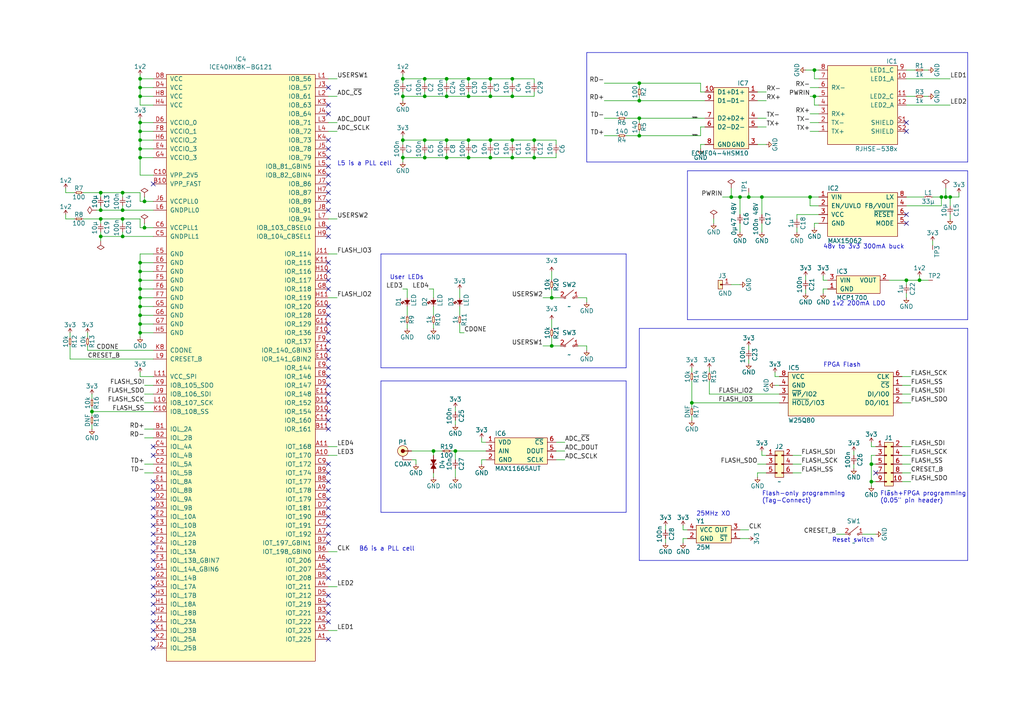
<source format=kicad_sch>
(kicad_sch (version 20230121) (generator eeschema)
  (paper "A4")
  (title_block (title "DAQnet Sensor Prototype") (date "2018-11-20") (rev "1") (comment 1 "Drawn by: Adam Greig"))
  (junction (at 40.64 27.94))
  (junction (at 40.64 45.72))
  (junction (at 185.42 39.37))
  (junction (at 142.24 27.94))
  (junction (at 148.59 22.86))
  (junction (at 40.64 78.74))
  (junction (at 154.94 45.72))
  (junction (at 148.59 40.64))
  (junction (at 40.64 76.2))
  (junction (at 40.64 25.4))
  (junction (at 142.24 40.64))
  (junction (at 185.42 24.13))
  (junction (at 40.64 35.56))
  (junction (at 29.21 63.5))
  (junction (at 148.59 45.72))
  (junction (at 135.89 22.86))
  (junction (at 40.64 83.82))
  (junction (at 135.89 27.94))
  (junction (at 116.84 22.86))
  (junction (at 234.95 57.15))
  (junction (at 236.22 27.94))
  (junction (at 40.64 93.98))
  (junction (at 185.42 29.21))
  (junction (at 154.94 40.64))
  (junction (at 142.24 45.72))
  (junction (at 29.21 68.58))
  (junction (at 35.56 63.5))
  (junction (at 40.64 81.28))
  (junction (at 40.64 96.52))
  (junction (at 135.89 45.72))
  (junction (at 129.54 40.64))
  (junction (at 200.66 116.84))
  (junction (at 262.89 81.28))
  (junction (at 142.24 22.86))
  (junction (at 40.64 43.18))
  (junction (at 212.09 57.15))
  (junction (at 266.7 81.28))
  (junction (at 236.22 20.32))
  (junction (at 123.19 40.64))
  (junction (at 185.42 34.29))
  (junction (at 40.64 22.86))
  (junction (at 35.56 60.96))
  (junction (at 40.64 40.64))
  (junction (at 116.84 40.64))
  (junction (at 135.89 40.64))
  (junction (at 123.19 27.94))
  (junction (at 40.64 86.36))
  (junction (at 129.54 22.86))
  (junction (at 29.21 55.88))
  (junction (at 123.19 45.72))
  (junction (at 132.08 130.81))
  (junction (at 214.63 57.15))
  (junction (at 160.02 100.33))
  (junction (at 35.56 55.88))
  (junction (at 220.98 57.15))
  (junction (at 160.02 86.36))
  (junction (at 125.73 130.81))
  (junction (at 35.56 68.58))
  (junction (at 148.59 27.94))
  (junction (at 274.32 57.15))
  (junction (at 273.05 57.15))
  (junction (at 41.91 58.42))
  (junction (at 29.21 60.96))
  (junction (at 217.17 57.15))
  (junction (at 129.54 45.72))
  (junction (at 26.67 119.38))
  (junction (at 116.84 45.72))
  (junction (at 41.91 66.04))
  (junction (at 116.84 27.94))
  (junction (at 252.73 139.7))
  (junction (at 275.59 57.15))
  (junction (at 40.64 91.44))
  (junction (at 123.19 22.86))
  (junction (at 40.64 88.9))
  (junction (at 129.54 27.94))
  (junction (at 40.64 38.1))
  (junction (at 252.73 134.62))
  (no_connect (at 95.25 111.76))
  (no_connect (at 95.25 172.72))
  (no_connect (at 95.25 68.58))
  (no_connect (at 44.45 172.72))
  (no_connect (at 44.45 160.02))
  (no_connect (at 44.45 154.94))
  (no_connect (at 44.45 185.42))
  (no_connect (at 44.45 187.96))
  (no_connect (at 95.25 33.02))
  (no_connect (at 95.25 66.04))
  (no_connect (at 95.25 101.6))
  (no_connect (at 44.45 142.24))
  (no_connect (at 95.25 165.1))
  (no_connect (at 44.45 162.56))
  (no_connect (at 95.25 124.46))
  (no_connect (at 95.25 180.34))
  (no_connect (at 44.45 167.64))
  (no_connect (at 95.25 83.82))
  (no_connect (at 95.25 157.48))
  (no_connect (at 44.45 139.7))
  (no_connect (at 262.89 38.1))
  (no_connect (at 95.25 43.18))
  (no_connect (at 95.25 55.88))
  (no_connect (at 95.25 167.64))
  (no_connect (at 95.25 121.92))
  (no_connect (at 95.25 58.42))
  (no_connect (at 95.25 76.2))
  (no_connect (at 95.25 96.52))
  (no_connect (at 95.25 99.06))
  (no_connect (at 95.25 60.96))
  (no_connect (at 95.25 40.64))
  (no_connect (at 95.25 134.62))
  (no_connect (at 95.25 50.8))
  (no_connect (at 44.45 175.26))
  (no_connect (at 95.25 142.24))
  (no_connect (at 44.45 53.34))
  (no_connect (at 44.45 132.08))
  (no_connect (at 95.25 81.28))
  (no_connect (at 95.25 149.86))
  (no_connect (at 95.25 137.16))
  (no_connect (at 95.25 93.98))
  (no_connect (at 44.45 165.1))
  (no_connect (at 95.25 109.22))
  (no_connect (at 262.89 64.77))
  (no_connect (at 95.25 78.74))
  (no_connect (at 95.25 175.26))
  (no_connect (at 95.25 53.34))
  (no_connect (at 95.25 154.94))
  (no_connect (at 95.25 116.84))
  (no_connect (at 95.25 25.4))
  (no_connect (at 95.25 152.4))
  (no_connect (at 95.25 114.3))
  (no_connect (at 95.25 139.7))
  (no_connect (at 44.45 180.34))
  (no_connect (at 44.45 170.18))
  (no_connect (at 44.45 129.54))
  (no_connect (at 95.25 177.8))
  (no_connect (at 262.89 62.23))
  (no_connect (at 95.25 119.38))
  (no_connect (at 44.45 152.4))
  (no_connect (at 95.25 147.32))
  (no_connect (at 262.89 35.56))
  (no_connect (at 95.25 162.56))
  (no_connect (at 95.25 106.68))
  (no_connect (at 254 137.16))
  (no_connect (at 95.25 88.9))
  (no_connect (at 44.45 157.48))
  (no_connect (at 95.25 104.14))
  (no_connect (at 95.25 30.48))
  (no_connect (at 44.45 182.88))
  (no_connect (at 44.45 147.32))
  (no_connect (at 95.25 144.78))
  (no_connect (at 95.25 91.44))
  (no_connect (at 44.45 149.86))
  (no_connect (at 95.25 48.26))
  (no_connect (at 44.45 144.78))
  (no_connect (at 95.25 45.72))
  (no_connect (at 95.25 185.42))
  (no_connect (at 44.45 177.8))
  (wire (pts (xy 217.17 55.88) (xy 217.17 57.15)))
  (wire (pts (xy 41.91 64.77) (xy 41.91 66.04)))
  (wire (pts (xy 234.95 57.15) (xy 237.49 57.15)))
  (wire (pts (xy 200.66 110.49) (xy 200.66 116.84)))
  (polyline (pts (xy 110.49 73.66) (xy 110.49 106.68)))
  (wire (pts (xy 135.89 45.72) (xy 142.24 45.72)))
  (wire (pts (xy 160.02 97.79) (xy 160.02 100.33)))
  (wire (pts (xy 40.64 88.9) (xy 40.64 86.36)))
  (wire (pts (xy 270.51 69.85) (xy 270.51 71.12)))
  (wire (pts (xy 254 139.7) (xy 252.73 139.7)))
  (wire (pts (xy 40.64 40.64) (xy 44.45 40.64)))
  (wire (pts (xy 139.7 133.35) (xy 140.97 133.35)))
  (wire (pts (xy 123.19 40.64) (xy 123.19 41.91)))
  (wire (pts (xy 120.65 134.62) (xy 120.65 133.35)))
  (wire (pts (xy 118.11 95.25) (xy 118.11 93.98)))
  (wire (pts (xy 40.64 97.79) (xy 40.64 96.52)))
  (wire (pts (xy 267.97 27.94) (xy 269.24 27.94)))
  (wire (pts (xy 40.64 96.52) (xy 40.64 93.98)))
  (wire (pts (xy 200.66 116.84) (xy 226.06 116.84)))
  (wire (pts (xy 224.79 111.76) (xy 226.06 111.76)))
  (wire (pts (xy 29.21 69.85) (xy 29.21 68.58)))
  (wire (pts (xy 238.76 81.28) (xy 240.03 81.28)))
  (wire (pts (xy 26.67 119.38) (xy 26.67 118.11)))
  (wire (pts (xy 203.2 26.67) (xy 204.47 26.67)))
  (wire (pts (xy 40.64 63.5) (xy 40.64 66.04)))
  (wire (pts (xy 97.79 170.18) (xy 95.25 170.18)))
  (wire (pts (xy 193.04 157.48) (xy 193.04 156.21)))
  (polyline (pts (xy 280.67 92.71) (xy 280.67 49.53)))
  (wire (pts (xy 233.68 80.01) (xy 233.68 81.28)))
  (wire (pts (xy 129.54 22.86) (xy 135.89 22.86)))
  (wire (pts (xy 232.41 132.08) (xy 229.87 132.08)))
  (wire (pts (xy 40.64 50.8) (xy 40.64 45.72)))
  (wire (pts (xy 40.64 45.72) (xy 40.64 43.18)))
  (wire (pts (xy 139.7 127) (xy 139.7 128.27)))
  (wire (pts (xy 203.2 41.91) (xy 203.2 43.18)))
  (wire (pts (xy 123.19 27.94) (xy 129.54 27.94)))
  (wire (pts (xy 29.21 68.58) (xy 29.21 67.31)))
  (wire (pts (xy 97.79 63.5) (xy 95.25 63.5)))
  (wire (pts (xy 160.02 83.82) (xy 160.02 86.36)))
  (wire (pts (xy 40.64 25.4) (xy 40.64 27.94)))
  (wire (pts (xy 160.02 100.33) (xy 162.56 100.33)))
  (wire (pts (xy 116.84 83.82) (xy 118.11 83.82)))
  (wire (pts (xy 262.89 57.15) (xy 267.97 57.15)))
  (wire (pts (xy 212.09 57.15) (xy 214.63 57.15)))
  (wire (pts (xy 116.84 22.86) (xy 123.19 22.86)))
  (wire (pts (xy 233.68 85.09) (xy 233.68 83.82)))
  (wire (pts (xy 266.7 81.28) (xy 262.89 81.28)))
  (wire (pts (xy 40.64 43.18) (xy 40.64 40.64)))
  (wire (pts (xy 217.17 105.41) (xy 217.17 104.14)))
  (wire (pts (xy 236.22 64.77) (xy 237.49 64.77)))
  (wire (pts (xy 44.45 58.42) (xy 41.91 58.42)))
  (wire (pts (xy 203.2 24.13) (xy 203.2 26.67)))
  (wire (pts (xy 132.08 123.19) (xy 132.08 121.92)))
  (wire (pts (xy 97.79 73.66) (xy 95.25 73.66)))
  (wire (pts (xy 237.49 30.48) (xy 236.22 30.48)))
  (wire (pts (xy 40.64 25.4) (xy 44.45 25.4)))
  (wire (pts (xy 148.59 40.64) (xy 154.94 40.64)))
  (wire (pts (xy 262.89 81.28) (xy 257.81 81.28)))
  (wire (pts (xy 123.19 44.45) (xy 123.19 45.72)))
  (wire (pts (xy 29.21 60.96) (xy 29.21 59.69)))
  (wire (pts (xy 214.63 67.31) (xy 214.63 64.77)))
  (wire (pts (xy 161.29 40.64) (xy 161.29 41.91)))
  (wire (pts (xy 252.73 139.7) (xy 252.73 140.97)))
  (wire (pts (xy 154.94 45.72) (xy 154.94 44.45)))
  (wire (pts (xy 264.16 129.54) (xy 261.62 129.54)))
  (wire (pts (xy 185.42 24.13) (xy 175.26 24.13)))
  (wire (pts (xy 125.73 130.81) (xy 125.73 132.08)))
  (wire (pts (xy 44.45 81.28) (xy 40.64 81.28)))
  (wire (pts (xy 97.79 27.94) (xy 95.25 27.94)))
  (polyline (pts (xy 181.61 73.66) (xy 110.49 73.66)))
  (wire (pts (xy 135.89 26.67) (xy 135.89 27.94)))
  (wire (pts (xy 40.64 38.1) (xy 44.45 38.1)))
  (wire (pts (xy 116.84 40.64) (xy 123.19 40.64)))
  (wire (pts (xy 264.16 134.62) (xy 261.62 134.62)))
  (wire (pts (xy 236.22 27.94) (xy 234.95 27.94)))
  (wire (pts (xy 198.12 157.48) (xy 198.12 156.21)))
  (wire (pts (xy 133.35 96.52) (xy 134.62 96.52)))
  (wire (pts (xy 238.76 85.09) (xy 238.76 83.82)))
  (wire (pts (xy 236.22 20.32) (xy 237.49 20.32)))
  (wire (pts (xy 238.76 80.01) (xy 238.76 81.28)))
  (wire (pts (xy 20.32 96.52) (xy 20.32 97.79)))
  (wire (pts (xy 132.08 118.11) (xy 132.08 119.38)))
  (wire (pts (xy 19.05 54.61) (xy 19.05 55.88)))
  (wire (pts (xy 40.64 93.98) (xy 44.45 93.98)))
  (wire (pts (xy 203.2 36.83) (xy 204.47 36.83)))
  (wire (pts (xy 40.64 21.59) (xy 40.64 22.86)))
  (wire (pts (xy 25.4 101.6) (xy 25.4 100.33)))
  (wire (pts (xy 161.29 44.45) (xy 161.29 45.72)))
  (wire (pts (xy 20.32 100.33) (xy 20.32 104.14)))
  (wire (pts (xy 200.66 118.11) (xy 200.66 116.84)))
  (wire (pts (xy 119.38 130.81) (xy 125.73 130.81)))
  (wire (pts (xy 135.89 40.64) (xy 135.89 41.91)))
  (wire (pts (xy 40.64 27.94) (xy 44.45 27.94)))
  (wire (pts (xy 40.64 55.88) (xy 40.64 58.42)))
  (wire (pts (xy 44.45 91.44) (xy 40.64 91.44)))
  (wire (pts (xy 26.67 114.3) (xy 26.67 115.57)))
  (wire (pts (xy 275.59 63.5) (xy 275.59 62.23)))
  (wire (pts (xy 40.64 34.29) (xy 40.64 35.56)))
  (wire (pts (xy 160.02 86.36) (xy 162.56 86.36)))
  (wire (pts (xy 229.87 134.62) (xy 232.41 134.62)))
  (wire (pts (xy 40.64 76.2) (xy 40.64 73.66)))
  (wire (pts (xy 220.98 62.23) (xy 220.98 57.15)))
  (wire (pts (xy 236.22 30.48) (xy 236.22 27.94)))
  (wire (pts (xy 19.05 62.23) (xy 19.05 63.5)))
  (wire (pts (xy 179.07 34.29) (xy 175.26 34.29)))
  (wire (pts (xy 129.54 45.72) (xy 135.89 45.72)))
  (wire (pts (xy 44.45 76.2) (xy 40.64 76.2)))
  (polyline (pts (xy 181.61 110.49) (xy 110.49 110.49)))
  (wire (pts (xy 275.59 57.15) (xy 278.13 57.15)))
  (wire (pts (xy 116.84 40.64) (xy 116.84 41.91)))
  (wire (pts (xy 233.68 20.32) (xy 236.22 20.32)))
  (wire (pts (xy 139.7 128.27) (xy 140.97 128.27)))
  (wire (pts (xy 219.71 26.67) (xy 222.25 26.67)))
  (wire (pts (xy 25.4 101.6) (xy 44.45 101.6)))
  (wire (pts (xy 29.21 55.88) (xy 35.56 55.88)))
  (wire (pts (xy 224.79 109.22) (xy 226.06 109.22)))
  (wire (pts (xy 219.71 34.29) (xy 222.25 34.29)))
  (wire (pts (xy 97.79 86.36) (xy 95.25 86.36)))
  (wire (pts (xy 262.89 59.69) (xy 273.05 59.69)))
  (wire (pts (xy 20.32 104.14) (xy 44.45 104.14)))
  (wire (pts (xy 129.54 22.86) (xy 129.54 24.13)))
  (wire (pts (xy 237.49 33.02) (xy 234.95 33.02)))
  (wire (pts (xy 185.42 34.29) (xy 204.47 34.29)))
  (wire (pts (xy 40.64 27.94) (xy 40.64 30.48)))
  (wire (pts (xy 41.91 127) (xy 44.45 127)))
  (wire (pts (xy 222.25 29.21) (xy 219.71 29.21)))
  (wire (pts (xy 237.49 62.23) (xy 231.14 62.23)))
  (wire (pts (xy 252.73 129.54) (xy 254 129.54)))
  (wire (pts (xy 161.29 130.81) (xy 163.83 130.81)))
  (wire (pts (xy 274.32 57.15) (xy 275.59 57.15)))
  (wire (pts (xy 44.45 86.36) (xy 40.64 86.36)))
  (wire (pts (xy 132.08 130.81) (xy 132.08 133.35)))
  (wire (pts (xy 252.73 134.62) (xy 252.73 139.7)))
  (wire (pts (xy 125.73 138.43) (xy 125.73 137.16)))
  (wire (pts (xy 167.64 86.36) (xy 170.18 86.36)))
  (wire (pts (xy 220.98 130.81) (xy 220.98 132.08)))
  (wire (pts (xy 270.51 57.15) (xy 273.05 57.15)))
  (wire (pts (xy 148.59 22.86) (xy 148.59 24.13)))
  (polyline (pts (xy 170.18 46.99) (xy 280.67 46.99)))
  (wire (pts (xy 237.49 35.56) (xy 234.95 35.56)))
  (wire (pts (xy 278.13 57.15) (xy 278.13 55.88)))
  (wire (pts (xy 40.64 63.5) (xy 35.56 63.5)))
  (wire (pts (xy 154.94 40.64) (xy 161.29 40.64)))
  (wire (pts (xy 217.17 57.15) (xy 220.98 57.15)))
  (wire (pts (xy 26.67 119.38) (xy 44.45 119.38)))
  (wire (pts (xy 40.64 83.82) (xy 40.64 81.28)))
  (wire (pts (xy 95.25 35.56) (xy 97.79 35.56)))
  (wire (pts (xy 264.16 137.16) (xy 261.62 137.16)))
  (wire (pts (xy 212.09 54.61) (xy 212.09 57.15)))
  (wire (pts (xy 185.42 24.13) (xy 203.2 24.13)))
  (wire (pts (xy 200.66 106.68) (xy 200.66 107.95)))
  (wire (pts (xy 29.21 63.5) (xy 35.56 63.5)))
  (wire (pts (xy 236.22 22.86) (xy 236.22 20.32)))
  (wire (pts (xy 123.19 22.86) (xy 129.54 22.86)))
  (wire (pts (xy 264.16 132.08) (xy 261.62 132.08)))
  (wire (pts (xy 237.49 38.1) (xy 234.95 38.1)))
  (wire (pts (xy 40.64 43.18) (xy 44.45 43.18)))
  (wire (pts (xy 129.54 26.67) (xy 129.54 27.94)))
  (wire (pts (xy 40.64 86.36) (xy 40.64 83.82)))
  (wire (pts (xy 139.7 134.62) (xy 139.7 133.35)))
  (wire (pts (xy 167.64 100.33) (xy 170.18 100.33)))
  (wire (pts (xy 148.59 45.72) (xy 148.59 44.45)))
  (wire (pts (xy 142.24 40.64) (xy 148.59 40.64)))
  (wire (pts (xy 132.08 138.43) (xy 132.08 135.89)))
  (wire (pts (xy 252.73 132.08) (xy 252.73 134.62)))
  (polyline (pts (xy 280.67 162.56) (xy 280.67 95.25)))
  (wire (pts (xy 142.24 27.94) (xy 135.89 27.94)))
  (wire (pts (xy 95.25 160.02) (xy 97.79 160.02)))
  (wire (pts (xy 40.64 55.88) (xy 35.56 55.88)))
  (wire (pts (xy 161.29 45.72) (xy 154.94 45.72)))
  (wire (pts (xy 40.64 22.86) (xy 40.64 25.4)))
  (wire (pts (xy 35.56 68.58) (xy 35.56 67.31)))
  (wire (pts (xy 129.54 40.64) (xy 135.89 40.64)))
  (wire (pts (xy 254 132.08) (xy 252.73 132.08)))
  (wire (pts (xy 148.59 27.94) (xy 142.24 27.94)))
  (wire (pts (xy 142.24 22.86) (xy 142.24 24.13)))
  (wire (pts (xy 219.71 36.83) (xy 222.25 36.83)))
  (wire (pts (xy 265.43 27.94) (xy 262.89 27.94)))
  (wire (pts (xy 198.12 153.67) (xy 199.39 153.67)))
  (wire (pts (xy 116.84 27.94) (xy 116.84 26.67)))
  (wire (pts (xy 44.45 50.8) (xy 40.64 50.8)))
  (wire (pts (xy 154.94 27.94) (xy 154.94 26.67)))
  (wire (pts (xy 35.56 64.77) (xy 35.56 63.5)))
  (wire (pts (xy 252.73 128.27) (xy 252.73 129.54)))
  (wire (pts (xy 200.66 121.92) (xy 200.66 120.65)))
  (wire (pts (xy 40.64 38.1) (xy 40.64 40.64)))
  (wire (pts (xy 275.59 57.15) (xy 275.59 59.69)))
  (wire (pts (xy 220.98 132.08) (xy 222.25 132.08)))
  (wire (pts (xy 160.02 92.71) (xy 160.02 95.25)))
  (wire (pts (xy 128.27 130.81) (xy 125.73 130.81)))
  (wire (pts (xy 209.55 57.15) (xy 212.09 57.15)))
  (wire (pts (xy 264.16 111.76) (xy 261.62 111.76)))
  (wire (pts (xy 219.71 137.16) (xy 222.25 137.16)))
  (wire (pts (xy 185.42 29.21) (xy 175.26 29.21)))
  (wire (pts (xy 148.59 27.94) (xy 154.94 27.94)))
  (wire (pts (xy 118.11 88.9) (xy 118.11 91.44)))
  (wire (pts (xy 148.59 22.86) (xy 154.94 22.86)))
  (polyline (pts (xy 185.42 162.56) (xy 280.67 162.56)))
  (wire (pts (xy 41.91 124.46) (xy 44.45 124.46)))
  (wire (pts (xy 40.64 22.86) (xy 44.45 22.86)))
  (wire (pts (xy 27.94 60.96) (xy 29.21 60.96)))
  (wire (pts (xy 116.84 22.86) (xy 116.84 24.13)))
  (wire (pts (xy 220.98 67.31) (xy 220.98 64.77)))
  (wire (pts (xy 133.35 83.82) (xy 133.35 86.36)))
  (wire (pts (xy 123.19 45.72) (xy 116.84 45.72)))
  (wire (pts (xy 185.42 29.21) (xy 204.47 29.21)))
  (wire (pts (xy 26.67 124.46) (xy 26.67 123.19)))
  (wire (pts (xy 160.02 86.36) (xy 157.48 86.36)))
  (wire (pts (xy 25.4 96.52) (xy 25.4 97.79)))
  (wire (pts (xy 40.64 78.74) (xy 40.64 76.2)))
  (wire (pts (xy 130.81 130.81) (xy 132.08 130.81)))
  (wire (pts (xy 116.84 44.45) (xy 116.84 45.72)))
  (polyline (pts (xy 170.18 15.24) (xy 170.18 46.99)))
  (wire (pts (xy 273.05 59.69) (xy 273.05 57.15)))
  (wire (pts (xy 265.43 20.32) (xy 262.89 20.32)))
  (wire (pts (xy 29.21 64.77) (xy 29.21 63.5)))
  (wire (pts (xy 35.56 68.58) (xy 29.21 68.58)))
  (wire (pts (xy 220.98 57.15) (xy 234.95 57.15)))
  (wire (pts (xy 123.19 22.86) (xy 123.19 24.13)))
  (wire (pts (xy 193.04 153.67) (xy 193.04 152.4)))
  (wire (pts (xy 204.47 41.91) (xy 203.2 41.91)))
  (wire (pts (xy 133.35 93.98) (xy 133.35 96.52)))
  (wire (pts (xy 154.94 22.86) (xy 154.94 24.13)))
  (wire (pts (xy 185.42 35.56) (xy 185.42 34.29)))
  (wire (pts (xy 133.35 91.44) (xy 133.35 88.9)))
  (polyline (pts (xy 110.49 110.49) (xy 110.49 148.59)))
  (wire (pts (xy 40.64 91.44) (xy 40.64 88.9)))
  (wire (pts (xy 161.29 133.35) (xy 163.83 133.35)))
  (wire (pts (xy 40.64 45.72) (xy 44.45 45.72)))
  (wire (pts (xy 148.59 40.64) (xy 148.59 41.91)))
  (wire (pts (xy 217.17 100.33) (xy 217.17 101.6)))
  (wire (pts (xy 142.24 45.72) (xy 148.59 45.72)))
  (wire (pts (xy 205.74 106.68) (xy 205.74 107.95)))
  (wire (pts (xy 125.73 83.82) (xy 125.73 86.36)))
  (wire (pts (xy 232.41 137.16) (xy 229.87 137.16)))
  (wire (pts (xy 198.12 152.4) (xy 198.12 153.67)))
  (wire (pts (xy 40.64 30.48) (xy 44.45 30.48)))
  (wire (pts (xy 116.84 45.72) (xy 116.84 46.99)))
  (polyline (pts (xy 199.39 49.53) (xy 199.39 92.71)))
  (polyline (pts (xy 110.49 148.59) (xy 181.61 148.59)))
  (wire (pts (xy 123.19 45.72) (xy 129.54 45.72)))
  (wire (pts (xy 97.79 129.54) (xy 95.25 129.54)))
  (wire (pts (xy 24.13 55.88) (xy 29.21 55.88)))
  (wire (pts (xy 273.05 57.15) (xy 274.32 57.15)))
  (wire (pts (xy 142.24 45.72) (xy 142.24 44.45)))
  (polyline (pts (xy 280.67 95.25) (xy 185.42 95.25)))
  (wire (pts (xy 26.67 120.65) (xy 26.67 119.38)))
  (wire (pts (xy 181.61 34.29) (xy 185.42 34.29)))
  (wire (pts (xy 41.91 57.15) (xy 41.91 58.42)))
  (polyline (pts (xy 280.67 15.24) (xy 170.18 15.24)))
  (wire (pts (xy 125.73 88.9) (xy 125.73 91.44)))
  (wire (pts (xy 262.89 86.36) (xy 262.89 85.09)))
  (wire (pts (xy 40.64 35.56) (xy 44.45 35.56)))
  (wire (pts (xy 44.45 66.04) (xy 41.91 66.04)))
  (wire (pts (xy 231.14 67.31) (xy 231.14 66.04)))
  (wire (pts (xy 135.89 22.86) (xy 142.24 22.86)))
  (wire (pts (xy 217.17 153.67) (xy 214.63 153.67)))
  (wire (pts (xy 129.54 44.45) (xy 129.54 45.72)))
  (wire (pts (xy 142.24 40.64) (xy 142.24 41.91)))
  (wire (pts (xy 160.02 78.74) (xy 160.02 81.28)))
  (wire (pts (xy 44.45 116.84) (xy 41.91 116.84)))
  (wire (pts (xy 40.64 78.74) (xy 44.45 78.74)))
  (wire (pts (xy 203.2 39.37) (xy 203.2 36.83)))
  (wire (pts (xy 40.64 93.98) (xy 40.64 91.44)))
  (wire (pts (xy 118.11 83.82) (xy 118.11 86.36)))
  (wire (pts (xy 95.25 132.08) (xy 97.79 132.08)))
  (wire (pts (xy 135.89 22.86) (xy 135.89 24.13)))
  (wire (pts (xy 237.49 27.94) (xy 236.22 27.94)))
  (wire (pts (xy 40.64 107.95) (xy 40.64 109.22)))
  (wire (pts (xy 124.46 83.82) (xy 125.73 83.82)))
  (wire (pts (xy 219.71 137.16) (xy 219.71 138.43)))
  (wire (pts (xy 264.16 139.7) (xy 261.62 139.7)))
  (wire (pts (xy 116.84 27.94) (xy 123.19 27.94)))
  (wire (pts (xy 247.65 135.89) (xy 247.65 134.62)))
  (wire (pts (xy 264.16 116.84) (xy 261.62 116.84)))
  (polyline (pts (xy 110.49 106.68) (xy 181.61 106.68)))
  (wire (pts (xy 35.56 57.15) (xy 35.56 55.88)))
  (wire (pts (xy 123.19 26.67) (xy 123.19 27.94)))
  (wire (pts (xy 266.7 80.01) (xy 266.7 81.28)))
  (polyline (pts (xy 280.67 46.99) (xy 280.67 15.24)))
  (wire (pts (xy 179.07 39.37) (xy 175.26 39.37)))
  (wire (pts (xy 142.24 27.94) (xy 142.24 26.67)))
  (wire (pts (xy 214.63 57.15) (xy 217.17 57.15)))
  (wire (pts (xy 24.13 63.5) (xy 29.21 63.5)))
  (wire (pts (xy 120.65 133.35) (xy 119.38 133.35)))
  (wire (pts (xy 198.12 156.21) (xy 199.39 156.21)))
  (wire (pts (xy 181.61 39.37) (xy 185.42 39.37)))
  (wire (pts (xy 116.84 39.37) (xy 116.84 40.64)))
  (wire (pts (xy 217.17 156.21) (xy 214.63 156.21)))
  (wire (pts (xy 231.14 62.23) (xy 231.14 63.5)))
  (wire (pts (xy 214.63 82.55) (xy 212.09 82.55)))
  (wire (pts (xy 224.79 107.95) (xy 224.79 109.22)))
  (wire (pts (xy 214.63 57.15) (xy 214.63 62.23)))
  (wire (pts (xy 129.54 27.94) (xy 135.89 27.94)))
  (wire (pts (xy 222.25 134.62) (xy 219.71 134.62)))
  (wire (pts (xy 40.64 109.22) (xy 44.45 109.22)))
  (wire (pts (xy 205.74 114.3) (xy 205.74 110.49)))
  (polyline (pts (xy 181.61 148.59) (xy 181.61 110.49)))
  (wire (pts (xy 254 154.94) (xy 250.19 154.94)))
  (wire (pts (xy 242.57 154.94) (xy 245.11 154.94)))
  (wire (pts (xy 205.74 114.3) (xy 226.06 114.3)))
  (wire (pts (xy 135.89 44.45) (xy 135.89 45.72)))
  (wire (pts (xy 267.97 20.32) (xy 269.24 20.32)))
  (wire (pts (xy 123.19 40.64) (xy 129.54 40.64)))
  (wire (pts (xy 95.25 22.86) (xy 97.79 22.86)))
  (wire (pts (xy 262.89 30.48) (xy 275.59 30.48)))
  (wire (pts (xy 129.54 40.64) (xy 129.54 41.91)))
  (wire (pts (xy 262.89 82.55) (xy 262.89 81.28)))
  (wire (pts (xy 185.42 39.37) (xy 203.2 39.37)))
  (wire (pts (xy 97.79 182.88) (xy 95.25 182.88)))
  (polyline (pts (xy 181.61 106.68) (xy 181.61 73.66)))
  (wire (pts (xy 148.59 45.72) (xy 154.94 45.72)))
  (wire (pts (xy 140.97 130.81) (xy 132.08 130.81)))
  (wire (pts (xy 41.91 66.04) (xy 40.64 66.04)))
  (wire (pts (xy 170.18 86.36) (xy 170.18 87.63)))
  (wire (pts (xy 269.24 81.28) (xy 266.7 81.28)))
  (wire (pts (xy 135.89 40.64) (xy 142.24 40.64)))
  (polyline (pts (xy 280.67 49.53) (xy 199.39 49.53)))
  (wire (pts (xy 264.16 109.22) (xy 261.62 109.22)))
  (wire (pts (xy 274.32 54.61) (xy 274.32 57.15)))
  (wire (pts (xy 207.01 64.77) (xy 207.01 63.5)))
  (wire (pts (xy 41.91 137.16) (xy 44.45 137.16)))
  (wire (pts (xy 19.05 63.5) (xy 21.59 63.5)))
  (wire (pts (xy 247.65 130.81) (xy 247.65 132.08)))
  (wire (pts (xy 170.18 100.33) (xy 170.18 101.6)))
  (wire (pts (xy 185.42 24.13) (xy 185.42 25.4)))
  (wire (pts (xy 185.42 38.1) (xy 185.42 39.37)))
  (wire (pts (xy 40.64 73.66) (xy 44.45 73.66)))
  (wire (pts (xy 29.21 57.15) (xy 29.21 55.88)))
  (wire (pts (xy 40.64 81.28) (xy 40.64 78.74)))
  (wire (pts (xy 237.49 25.4) (xy 234.95 25.4)))
  (wire (pts (xy 41.91 114.3) (xy 44.45 114.3)))
  (polyline (pts (xy 185.42 95.25) (xy 185.42 162.56)))
  (wire (pts (xy 116.84 29.21) (xy 116.84 27.94)))
  (wire (pts (xy 44.45 111.76) (xy 41.91 111.76)))
  (wire (pts (xy 154.94 40.64) (xy 154.94 41.91)))
  (wire (pts (xy 262.89 22.86) (xy 275.59 22.86)))
  (wire (pts (xy 44.45 96.52) (xy 40.64 96.52)))
  (wire (pts (xy 238.76 83.82) (xy 240.03 83.82)))
  (wire (pts (xy 116.84 21.59) (xy 116.84 22.86)))
  (polyline (pts (xy 199.39 92.71) (xy 280.67 92.71)))
  (wire (pts (xy 148.59 26.67) (xy 148.59 27.94)))
  (wire (pts (xy 157.48 100.33) (xy 160.02 100.33)))
  (wire (pts (xy 40.64 88.9) (xy 44.45 88.9)))
  (wire (pts (xy 264.16 114.3) (xy 261.62 114.3)))
  (wire (pts (xy 254 134.62) (xy 252.73 134.62)))
  (wire (pts (xy 222.25 41.91) (xy 219.71 41.91)))
  (wire (pts (xy 234.95 59.69) (xy 234.95 57.15)))
  (wire (pts (xy 40.64 35.56) (xy 40.64 38.1)))
  (wire (pts (xy 40.64 83.82) (xy 44.45 83.82)))
  (wire (pts (xy 161.29 128.27) (xy 163.83 128.27)))
  (wire (pts (xy 29.21 60.96) (xy 35.56 60.96)))
  (wire (pts (xy 237.49 22.86) (xy 236.22 22.86)))
  (wire (pts (xy 125.73 95.25) (xy 125.73 93.98)))
  (wire (pts (xy 185.42 27.94) (xy 185.42 29.21)))
  (wire (pts (xy 44.45 68.58) (xy 35.56 68.58)))
  (wire (pts (xy 41.91 134.62) (xy 44.45 134.62)))
  (wire (pts (xy 41.91 58.42) (xy 40.64 58.42)))
  (wire (pts (xy 142.24 22.86) (xy 148.59 22.86)))
  (wire (pts (xy 97.79 38.1) (xy 95.25 38.1)))
  (wire (pts (xy 19.05 55.88) (xy 21.59 55.88)))
  (wire (pts (xy 237.49 59.69) (xy 234.95 59.69)))
  (wire (pts (xy 35.56 60.96) (xy 35.56 59.69)))
  (wire (pts (xy 35.56 60.96) (xy 44.45 60.96)))
  (wire (pts (xy 236.22 66.04) (xy 236.22 64.77)))
  (text "Reset switch" (at 241.3 157.48 0) (effects (font (size 1.27 1.27)) (justify left bottom)))
  (text "Flash-only programming\n(Tag-Connect)" (at 220.98 146.05 0) (effects (font (size 1.27 1.27)) (justify left bottom)))
  (text "Flash+FPGA programming\n(0.05\" pin header)" (at 255.27 146.05 0) (effects (font (size 1.27 1.27)) (justify left bottom)))
  (text "L5 is a PLL cell" (at 97.79 48.26 0) (effects (font (size 1.27 1.27)) (justify left bottom)))
  (text "B6 is a PLL cell" (at 104.14 160.02 0) (effects (font (size 1.27 1.27)) (justify left bottom)))
  (text "User LEDs" (at 113.03 81.28 0) (effects (font (size 1.27 1.27)) (justify left bottom)))
  (text "1v2 200mA LDO" (at 241.3 88.9 0) (effects (font (size 1.27 1.27)) (justify left bottom)))
  (text "FPGA Flash" (at 238.76 106.68 0) (effects (font (size 1.27 1.27)) (justify left bottom)))
  (text "48v to 3v3 300mA buck" (at 238.76 72.39 0) (effects (font (size 1.27 1.27)) (justify left bottom)))
  (text "25MHz XO" (at 201.93 149.86 0) (effects (font (size 1.27 1.27)) (justify left bottom)))
  (label "TD+" (at 41.91 134.62 180))
  (label "FLASH_SDO" (at 219.71 134.62 180))
  (label "FLASH_SS" (at 264.16 134.62 0))
  (label "LED3" (at 116.84 83.82 180))
  (label "TD-" (at 41.91 137.16 180))
  (label "FLASH_SDI" (at 232.41 132.08 0))
  (label "TDESD+" (at 200.66 39.37 0) (effects (font (size 0.3048 0.3048))))
  (label "ADC_DOUT" (at 163.83 130.81 0))
  (label "FLASH_IO2" (at 97.79 86.36 0))
  (label "LED3" (at 97.79 132.08 0))
  (label "FLASH_SS" (at 232.41 137.16 0))
  (label "LED4" (at 97.79 129.54 0))
  (label "CDONE" (at 27.94 101.6 0))
  (label "TX+" (at 222.25 36.83 0))
  (label "PWRIN" (at 209.55 57.15 180))
  (label "FLASH_SCK" (at 232.41 134.62 0))
  (label "FLASH_SDI" (at 264.16 129.54 0))
  (label "TX-" (at 234.95 35.56 180))
  (label "LED1" (at 97.79 182.88 0))
  (label "FLASH_SDO" (at 264.16 139.7 0))
  (label "RD-" (at 175.26 24.13 180))
  (label "ADC_~{CS}" (at 163.83 128.27 0))
  (label "LED4" (at 124.46 83.82 180))
  (label "CLK" (at 217.17 153.67 0))
  (label "TD+" (at 175.26 39.37 180))
  (label "RD-" (at 41.91 127 180))
  (label "PWRIN" (at 234.95 27.94 180))
  (label "CRESET_B" (at 25.4 104.14 0))
  (label "CLK" (at 97.79 160.02 0))
  (label "RX+" (at 234.95 33.02 180))
  (label "FLASH_SS" (at 41.91 119.38 180))
  (label "RX-" (at 234.95 25.4 180))
  (label "FLASH_SDI" (at 264.16 114.3 0))
  (label "USERSW1" (at 157.48 100.33 180))
  (label "TD-" (at 175.26 34.29 180))
  (label "TX+" (at 234.95 38.1 180))
  (label "CRESET_B" (at 242.57 154.94 180))
  (label "FLASH_SCK" (at 41.91 116.84 180))
  (label "FLASH_SDI" (at 41.91 111.76 180))
  (label "RX+" (at 222.25 29.21 0))
  (label "LED1" (at 275.59 22.86 0))
  (label "USERSW1" (at 97.79 22.86 0))
  (label "USERSW2" (at 157.48 86.36 180))
  (label "TX-" (at 222.25 34.29 0))
  (label "ADC_SCLK" (at 163.83 133.35 0))
  (label "RD+" (at 175.26 29.21 180))
  (label "LED2" (at 275.59 30.48 0))
  (label "ADC_~{CS}" (at 97.79 27.94 0))
  (label "USERSW2" (at 97.79 63.5 0))
  (label "ADC_SCLK" (at 97.79 38.1 0))
  (label "FLASH_SDO" (at 41.91 114.3 180))
  (label "LED2" (at 97.79 170.18 0))
  (label "ADC_DOUT" (at 97.79 35.56 0))
  (label "FLASH_SDO" (at 264.16 116.84 0))
  (label "RD+" (at 41.91 124.46 180))
  (label "TDESD-" (at 200.66 34.29 0) (effects (font (size 0.3048 0.3048))))
  (label "FLASH_IO2" (at 218.44 114.3 180))
  (label "FLASH_IO3" (at 218.44 116.84 180))
  (label "CRESET_B" (at 264.16 137.16 0))
  (label "FLASH_IO3" (at 97.79 73.66 0))
  (label "FLASH_SS" (at 264.16 111.76 0))
  (label "FLASH_SCK" (at 264.16 132.08 0))
  (label "CDONE" (at 134.62 96.52 0))
  (label "FLASH_SCK" (at 264.16 109.22 0))
  (label "RX-" (at 222.25 26.67 0))
  (symbol (lib_id "proto-sensor-rescue:iCE40HX8K-BG121-agg") (at 69.85 106.68 0) (unit 1)
    (property "Reference" "IC4" (at 69.85 17.145 0))
    (property "Value" "iCE40HX8K-BG121" (at 69.85 19.4564 0))
    (property "Footprint" "agg:Lattice-BG121" (effects hide))
    (property "Datasheet" "http://www.latticesemi.com/view_document?document_id=49312" (effects hide))
    (property "DigiKey" "220-2148-ND" (effects hide))
  )
  (symbol (lib_id "proto-sensor-rescue:R-agg") (at 265.43 20.32 0) (unit 1)
    (property "Reference" "R1" (at 266.7 19.05 0))
    (property "Value" "1k" (at 266.7 21.59 0))
    (property "Footprint" "agg:0402" (effects hide))
    (property "Farnell" "2331474" (effects hide))
    (property "Voltage Rating" "50" (effects hide))
  )
  (symbol (lib_id "proto-sensor-rescue:RJHSE-538x-agg") (at 250.19 30.48 0) (mirror y) (unit 1)
    (property "Reference" "IC1" (at 260.35 17.78 0) (effects (justify left)))
    (property "Value" "RJHSE-538x" (at 260.35 43.18 0) (effects (justify left)))
    (property "Footprint" "agg:RJHSE-538X" (effects hide))
    (property "Datasheet" "http://www.farnell.com/cad/2167247.pdf" (effects hide))
    (property "Farnell" "1462758" (effects hide))
  )
  (symbol (lib_id "proto-sensor-rescue:GND-agg") (at 233.68 20.32 270) (unit 1)
    (property "Reference" "#PWR01" (effects hide))
    (property "Value" "GND" (at 231.14 20.32 0))
  )
  (symbol (lib_id "proto-sensor-rescue:GND-agg") (at 269.24 20.32 90) (unit 1)
    (property "Reference" "#PWR02" (effects hide))
    (property "Value" "GND" (at 271.78 20.32 0))
  )
  (symbol (lib_id "proto-sensor-rescue:R-agg") (at 265.43 27.94 0) (unit 1)
    (property "Reference" "R3" (at 266.7 26.67 0))
    (property "Value" "1k" (at 266.7 29.21 0))
    (property "Footprint" "agg:0402" (effects hide))
    (property "Farnell" "2331474" (effects hide))
    (property "Voltage Rating" "50" (effects hide))
  )
  (symbol (lib_id "proto-sensor-rescue:GND-agg") (at 269.24 27.94 90) (unit 1)
    (property "Reference" "#PWR05" (effects hide))
    (property "Value" "GND" (at 271.78 27.94 0))
  )
  (symbol (lib_id "proto-sensor-rescue:R-agg") (at 185.42 38.1 270) (mirror x) (unit 1)
    (property "Reference" "R5" (at 186.69 36.83 0))
    (property "Value" "140" (at 184.15 36.83 0))
    (property "Footprint" "agg:0402" (effects hide))
    (property "Farnell" "2302541" (effects hide))
    (property "Voltage Rating" "50" (effects hide))
  )
  (symbol (lib_id "proto-sensor-rescue:R-agg") (at 181.61 39.37 180) (unit 1)
    (property "Reference" "R4" (at 180.34 40.64 0))
    (property "Value" "140" (at 180.34 38.1 0))
    (property "Footprint" "agg:0402" (effects hide))
    (property "Farnell" "2302541" (effects hide))
    (property "Voltage Rating" "50" (effects hide))
  )
  (symbol (lib_id "proto-sensor-rescue:R-agg") (at 181.61 34.29 180) (unit 1)
    (property "Reference" "R6" (at 180.34 35.56 0))
    (property "Value" "140" (at 180.34 33.02 0))
    (property "Footprint" "agg:0402" (effects hide))
    (property "Farnell" "2302541" (effects hide))
    (property "Voltage Rating" "50" (effects hide))
  )
  (symbol (lib_id "proto-sensor-rescue:R-agg") (at 185.42 27.94 270) (mirror x) (unit 1)
    (property "Reference" "R2" (at 186.69 26.67 0))
    (property "Value" "100" (at 184.15 26.67 0))
    (property "Footprint" "agg:0402" (effects hide))
    (property "Farnell" "9239111" (effects hide))
    (property "Voltage Rating" "50" (effects hide))
  )
  (symbol (lib_id "proto-sensor-rescue:C-agg") (at 154.94 24.13 270) (unit 1)
    (property "Reference" "C29" (at 156.718 25.4 0))
    (property "Value" "10n" (at 153.162 25.4 0))
    (property "Footprint" "agg:0402" (effects hide))
    (property "Farnell" "2470416" (effects hide))
    (property "Voltage Rating" "50" (effects hide))
  )
  (symbol (lib_id "proto-sensor-rescue:1v2-agg") (at 40.64 21.59 0) (unit 1)
    (property "Reference" "#PWR0102" (effects hide))
    (property "Value" "1v2" (at 40.64 19.304 0))
  )
  (symbol (lib_id "proto-sensor-rescue:1v2-agg") (at 19.05 54.61 0) (unit 1)
    (property "Reference" "#PWR0105" (effects hide))
    (property "Value" "1v2" (at 19.05 52.324 0))
  )
  (symbol (lib_id "proto-sensor-rescue:1v2-agg") (at 19.05 62.23 0) (unit 1)
    (property "Reference" "#PWR0108" (effects hide))
    (property "Value" "1v2" (at 19.05 59.944 0))
  )
  (symbol (lib_id "proto-sensor-rescue:1v2-agg") (at 116.84 21.59 0) (unit 1)
    (property "Reference" "#PWR0109" (effects hide))
    (property "Value" "1v2" (at 116.84 19.304 0))
  )
  (symbol (lib_id "proto-sensor-rescue:C-agg") (at 129.54 24.13 270) (unit 1)
    (property "Reference" "C24" (at 131.318 25.4 0))
    (property "Value" "100n" (at 127.762 25.4 0))
    (property "Footprint" "agg:0402" (effects hide))
    (property "Voltage Rating" "16" (effects hide))
    (property "Farnell" "2810260" (effects hide))
  )
  (symbol (lib_id "proto-sensor-rescue:GND-agg") (at 40.64 97.79 0) (unit 1)
    (property "Reference" "#PWR031" (effects hide))
    (property "Value" "GND" (at 40.64 100.33 0))
  )
  (symbol (lib_id "proto-sensor-rescue:1v2-agg") (at 266.7 80.01 0) (unit 1)
    (property "Reference" "#PWR0110" (effects hide))
    (property "Value" "1v2" (at 266.7 77.724 0))
  )
  (symbol (lib_id "proto-sensor-rescue:3v3-agg") (at 40.64 34.29 0) (unit 1)
    (property "Reference" "#PWR07" (effects hide))
    (property "Value" "3v3" (at 40.64 32.004 0))
  )
  (symbol (lib_id "proto-sensor-rescue:GND-agg") (at 198.12 157.48 0) (unit 1)
    (property "Reference" "#PWR062" (effects hide))
    (property "Value" "GND" (at 198.12 160.02 0))
  )
  (symbol (lib_id "proto-sensor-rescue:COAX-agg") (at 116.84 130.81 0) (mirror y) (unit 1)
    (property "Reference" "P1" (at 116.84 128.27 0))
    (property "Value" "COAX" (at 116.84 134.62 0))
    (property "Footprint" "agg:BNC_PCB_RA_5-1634556-0" (effects hide))
    (property "Farnell" "1248952" (effects hide))
  )
  (symbol (lib_id "proto-sensor-rescue:3v3-agg") (at 40.64 107.95 0) (unit 1)
    (property "Reference" "#PWR036" (effects hide))
    (property "Value" "3v3" (at 40.64 105.664 0))
  )
  (symbol (lib_id "proto-sensor-rescue:C-agg") (at 135.89 24.13 270) (unit 1)
    (property "Reference" "C30" (at 137.668 25.4 0))
    (property "Value" "100n" (at 134.112 25.4 0))
    (property "Footprint" "agg:0402" (effects hide))
    (property "Voltage Rating" "16" (effects hide))
    (property "Farnell" "2810260" (effects hide))
  )
  (symbol (lib_id "proto-sensor-rescue:C-agg") (at 35.56 64.77 270) (unit 1)
    (property "Reference" "C20" (at 37.338 66.04 0))
    (property "Value" "100n" (at 33.782 66.04 0))
    (property "Footprint" "agg:0402" (effects hide))
    (property "Voltage Rating" "16" (effects hide))
    (property "Farnell" "2810260" (effects hide))
  )
  (symbol (lib_id "proto-sensor-rescue:C-agg") (at 29.21 64.77 270) (unit 1)
    (property "Reference" "C19" (at 30.988 66.04 0))
    (property "Value" "10µ" (at 27.432 66.04 0))
    (property "Footprint" "agg:0603" (effects hide))
    (property "Farnell" "2611921" (effects hide))
    (property "Voltage Rating" "6.3" (effects hide))
  )
  (symbol (lib_id "proto-sensor-rescue:R-agg") (at 21.59 63.5 0) (unit 1)
    (property "Reference" "R8" (at 22.86 62.23 0))
    (property "Value" "100" (at 22.86 64.77 0))
    (property "Footprint" "agg:0402" (effects hide))
    (property "Farnell" "9239111" (effects hide))
    (property "Voltage Rating" "50" (effects hide))
  )
  (symbol (lib_id "proto-sensor-rescue:C-agg") (at 35.56 57.15 270) (unit 1)
    (property "Reference" "C14" (at 37.338 58.42 0))
    (property "Value" "100n" (at 33.782 58.42 0))
    (property "Footprint" "agg:0402" (effects hide))
    (property "Voltage Rating" "16" (effects hide))
    (property "Farnell" "2810260" (effects hide))
  )
  (symbol (lib_id "proto-sensor-rescue:C-agg") (at 29.21 57.15 270) (unit 1)
    (property "Reference" "C13" (at 30.988 58.42 0))
    (property "Value" "10µ" (at 27.432 58.42 0))
    (property "Footprint" "agg:0603" (effects hide))
    (property "Farnell" "2611921" (effects hide))
    (property "Voltage Rating" "6.3" (effects hide))
  )
  (symbol (lib_id "proto-sensor-rescue:R-agg") (at 21.59 55.88 0) (unit 1)
    (property "Reference" "R7" (at 22.86 54.61 0))
    (property "Value" "100" (at 22.86 57.15 0))
    (property "Footprint" "agg:0402" (effects hide))
    (property "Farnell" "9239111" (effects hide))
    (property "Voltage Rating" "50" (effects hide))
  )
  (symbol (lib_id "proto-sensor-rescue:R-agg") (at 25.4 97.79 270) (unit 1)
    (property "Reference" "R13" (at 26.67 99.06 0))
    (property "Value" "10k" (at 24.13 99.06 0))
    (property "Footprint" "agg:0402" (effects hide))
    (property "Farnell" "2302739" (effects hide))
    (property "Voltage Rating" "50" (effects hide))
  )
  (symbol (lib_id "proto-sensor-rescue:R-agg") (at 20.32 97.79 270) (unit 1)
    (property "Reference" "R12" (at 21.59 99.06 0))
    (property "Value" "10k" (at 19.05 99.06 0))
    (property "Footprint" "agg:0402" (effects hide))
    (property "Farnell" "2302739" (effects hide))
    (property "Voltage Rating" "50" (effects hide))
  )
  (symbol (lib_id "proto-sensor-rescue:3v3-agg") (at 25.4 96.52 0) (unit 1)
    (property "Reference" "#PWR030" (effects hide))
    (property "Value" "3v3" (at 25.4 94.234 0))
  )
  (symbol (lib_id "proto-sensor-rescue:3v3-agg") (at 20.32 96.52 0) (unit 1)
    (property "Reference" "#PWR029" (effects hide))
    (property "Value" "3v3" (at 20.32 94.234 0))
  )
  (symbol (lib_id "proto-sensor-rescue:GND-agg") (at 120.65 134.62 0) (mirror y) (unit 1)
    (property "Reference" "#PWR050" (effects hide))
    (property "Value" "GND" (at 120.65 137.16 0))
  )
  (symbol (lib_id "proto-sensor-rescue:R-agg") (at 26.67 115.57 270) (unit 1)
    (property "Reference" "R16" (at 27.94 116.84 0))
    (property "Value" "10k" (at 25.4 116.84 0))
    (property "Footprint" "agg:0402" (effects hide))
    (property "Farnell" "2302739" (effects hide))
    (property "Voltage Rating" "50" (effects hide))
  )
  (symbol (lib_id "proto-sensor-rescue:3v3-agg") (at 26.67 114.3 0) (unit 1)
    (property "Reference" "#PWR040" (effects hide))
    (property "Value" "3v3" (at 26.67 112.014 0))
  )
  (symbol (lib_id "proto-sensor-rescue:C-agg") (at 123.19 24.13 270) (unit 1)
    (property "Reference" "C2" (at 124.968 25.4 0))
    (property "Value" "100n" (at 121.412 25.4 0))
    (property "Footprint" "agg:0402" (effects hide))
    (property "Voltage Rating" "16" (effects hide))
    (property "Farnell" "2810260" (effects hide))
  )
  (symbol (lib_id "proto-sensor-rescue:C-agg") (at 148.59 24.13 270) (unit 1)
    (property "Reference" "C4" (at 150.368 25.4 0))
    (property "Value" "10n" (at 146.812 25.4 0))
    (property "Footprint" "agg:0402" (effects hide))
    (property "Farnell" "2470416" (effects hide))
    (property "Voltage Rating" "50" (effects hide))
  )
  (symbol (lib_id "proto-sensor-rescue:C-agg") (at 142.24 24.13 270) (unit 1)
    (property "Reference" "C3" (at 144.018 25.4 0))
    (property "Value" "10n" (at 140.462 25.4 0))
    (property "Footprint" "agg:0402" (effects hide))
    (property "Farnell" "2470416" (effects hide))
    (property "Voltage Rating" "50" (effects hide))
  )
  (symbol (lib_id "proto-sensor-rescue:C-agg") (at 116.84 24.13 270) (unit 1)
    (property "Reference" "C1" (at 118.618 25.4 0))
    (property "Value" "100n" (at 115.062 25.4 0))
    (property "Footprint" "agg:0402" (effects hide))
    (property "Voltage Rating" "16" (effects hide))
    (property "Farnell" "2810260" (effects hide))
  )
  (symbol (lib_id "proto-sensor-rescue:GND-agg") (at 116.84 29.21 0) (unit 1)
    (property "Reference" "#PWR06" (effects hide))
    (property "Value" "GND" (at 116.84 31.75 0))
  )
  (symbol (lib_id "proto-sensor-rescue:C-agg") (at 129.54 41.91 270) (unit 1)
    (property "Reference" "C8" (at 131.318 43.18 0))
    (property "Value" "100n" (at 127.762 43.18 0))
    (property "Footprint" "agg:0402" (effects hide))
    (property "Voltage Rating" "16" (effects hide))
    (property "Farnell" "2810260" (effects hide))
  )
  (symbol (lib_id "proto-sensor-rescue:C-agg") (at 142.24 41.91 270) (unit 1)
    (property "Reference" "C10" (at 144.018 43.18 0))
    (property "Value" "10n" (at 140.462 43.18 0))
    (property "Footprint" "agg:0402" (effects hide))
    (property "Farnell" "2470416" (effects hide))
    (property "Voltage Rating" "50" (effects hide))
  )
  (symbol (lib_id "proto-sensor-rescue:C-agg") (at 148.59 41.91 270) (unit 1)
    (property "Reference" "C11" (at 150.368 43.18 0))
    (property "Value" "10n" (at 146.812 43.18 0))
    (property "Footprint" "agg:0402" (effects hide))
    (property "Farnell" "2470416" (effects hide))
    (property "Voltage Rating" "50" (effects hide))
  )
  (symbol (lib_id "proto-sensor-rescue:C-agg") (at 116.84 41.91 270) (unit 1)
    (property "Reference" "C7" (at 118.618 43.18 0))
    (property "Value" "100n" (at 115.062 43.18 0))
    (property "Footprint" "agg:0402" (effects hide))
    (property "Voltage Rating" "16" (effects hide))
    (property "Farnell" "2810260" (effects hide))
  )
  (symbol (lib_id "proto-sensor-rescue:GND-agg") (at 116.84 46.99 0) (unit 1)
    (property "Reference" "#PWR013" (effects hide))
    (property "Value" "GND" (at 116.84 49.53 0))
  )
  (symbol (lib_id "proto-sensor-rescue:C-agg") (at 135.89 41.91 270) (unit 1)
    (property "Reference" "C9" (at 137.668 43.18 0))
    (property "Value" "100n" (at 134.112 43.18 0))
    (property "Footprint" "agg:0402" (effects hide))
    (property "Voltage Rating" "16" (effects hide))
    (property "Farnell" "2810260" (effects hide))
  )
  (symbol (lib_id "proto-sensor-rescue:C-agg") (at 154.94 41.91 270) (unit 1)
    (property "Reference" "C12" (at 156.718 43.18 0))
    (property "Value" "10n" (at 153.162 43.18 0))
    (property "Footprint" "agg:0402" (effects hide))
    (property "Farnell" "2470416" (effects hide))
    (property "Voltage Rating" "50" (effects hide))
  )
  (symbol (lib_id "proto-sensor-rescue:3v3-agg") (at 116.84 39.37 0) (unit 1)
    (property "Reference" "#PWR010" (effects hide))
    (property "Value" "3v3" (at 116.84 37.084 0))
  )
  (symbol (lib_id "proto-sensor-rescue:C-agg") (at 161.29 41.91 270) (unit 1)
    (property "Reference" "C6" (at 163.068 43.18 0))
    (property "Value" "10n" (at 159.512 43.18 0))
    (property "Footprint" "agg:0402" (effects hide))
    (property "Farnell" "2470416" (effects hide))
    (property "Voltage Rating" "50" (effects hide))
  )
  (symbol (lib_id "proto-sensor-rescue:C-agg") (at 123.19 41.91 270) (unit 1)
    (property "Reference" "C5" (at 124.968 43.18 0))
    (property "Value" "100n" (at 121.412 43.18 0))
    (property "Footprint" "agg:0402" (effects hide))
    (property "Voltage Rating" "16" (effects hide))
    (property "Farnell" "2810260" (effects hide))
  )
  (symbol (lib_id "proto-sensor-rescue:C-agg") (at 193.04 153.67 270) (unit 1)
    (property "Reference" "C28" (at 194.818 154.94 0))
    (property "Value" "100n" (at 191.262 154.94 0))
    (property "Footprint" "agg:0402" (effects hide))
    (property "Voltage Rating" "16" (effects hide))
    (property "Farnell" "2810260" (effects hide))
  )
  (symbol (lib_id "proto-sensor-rescue:GND-agg") (at 193.04 157.48 0) (unit 1)
    (property "Reference" "#PWR061" (effects hide))
    (property "Value" "GND" (at 193.04 160.02 0))
  )
  (symbol (lib_id "proto-sensor-rescue:C-agg") (at 220.98 62.23 270) (unit 1)
    (property "Reference" "C17" (at 222.758 63.5 0))
    (property "Value" "100n 48V" (at 219.202 63.5 0))
    (property "Footprint" "agg:0603" (effects hide))
    (property "Farnell" "431989" (effects hide))
    (property "Voltage Rating" "50" (effects hide))
  )
  (symbol (lib_id "proto-sensor-rescue:GND-agg") (at 220.98 67.31 0) (unit 1)
    (property "Reference" "#PWR018" (effects hide))
    (property "Value" "GND" (at 220.98 69.85 0))
  )
  (symbol (lib_id "proto-sensor-rescue:W25Q80-agg") (at 243.84 114.3 0) (unit 1)
    (property "Reference" "IC5" (at 228.6 106.68 0) (effects (justify left)))
    (property "Value" "W25Q80" (at 228.6 121.92 0) (effects (justify left)))
    (property "Footprint" "agg:UFDFN-8" (effects hide))
    (property "Datasheet" "http://www.winbond.com/resource-files/w25q80dv%20dl_revh_10022015.pdf" (effects hide))
    (property "DigiKey" "W25Q80DVUXIECT-ND" (effects hide))
  )
  (symbol (lib_id "proto-sensor-rescue:C-agg") (at 217.17 101.6 270) (unit 1)
    (property "Reference" "C23" (at 218.948 102.87 0))
    (property "Value" "100n" (at 215.392 102.87 0))
    (property "Footprint" "agg:0402" (effects hide))
    (property "Voltage Rating" "16" (effects hide))
    (property "Farnell" "2810260" (effects hide))
  )
  (symbol (lib_id "proto-sensor-rescue:3v3-agg") (at 217.17 100.33 0) (unit 1)
    (property "Reference" "#PWR032" (effects hide))
    (property "Value" "3v3" (at 217.17 98.044 0))
  )
  (symbol (lib_id "proto-sensor-rescue:GND-agg") (at 217.17 105.41 0) (unit 1)
    (property "Reference" "#PWR033" (effects hide))
    (property "Value" "GND" (at 217.17 107.95 0))
  )
  (symbol (lib_id "proto-sensor-rescue:3v3-agg") (at 224.79 107.95 0) (unit 1)
    (property "Reference" "#PWR037" (effects hide))
    (property "Value" "3v3" (at 224.79 105.664 0))
  )
  (symbol (lib_id "proto-sensor-rescue:GND-agg") (at 224.79 111.76 270) (unit 1)
    (property "Reference" "#PWR038" (effects hide))
    (property "Value" "GND" (at 222.25 111.76 0))
  )
  (symbol (lib_id "proto-sensor-rescue:C-agg") (at 247.65 132.08 270) (unit 1)
    (property "Reference" "C26" (at 249.428 133.35 0))
    (property "Value" "100n" (at 245.872 133.35 0))
    (property "Footprint" "agg:0402" (effects hide))
    (property "Voltage Rating" "16" (effects hide))
    (property "Farnell" "2810260" (effects hide))
  )
  (symbol (lib_id "proto-sensor-rescue:3v3-agg") (at 247.65 130.81 0) (unit 1)
    (property "Reference" "#PWR049" (effects hide))
    (property "Value" "3v3" (at 247.65 128.524 0))
  )
  (symbol (lib_id "proto-sensor-rescue:GND-agg") (at 247.65 135.89 0) (unit 1)
    (property "Reference" "#PWR052" (effects hide))
    (property "Value" "GND" (at 247.65 138.43 0))
  )
  (symbol (lib_id "proto-sensor-rescue:SWITCH_SPST-agg") (at 165.1 86.36 0) (unit 1)
    (property "Reference" "SW2" (at 165.1 82.55 0))
    (property "Value" "~" (at 165.1 88.9 0))
    (property "Footprint" "agg:KSR232G" (effects hide))
    (property "Datasheet" "http://www.farnell.com/datasheets/2578487.pdf" (effects hide))
    (property "Farnell" "2845744" (effects hide))
  )
  (symbol (lib_id "proto-sensor-rescue:SWITCH_SPST-agg") (at 165.1 100.33 0) (unit 1)
    (property "Reference" "SW3" (at 165.1 96.52 0))
    (property "Value" "~" (at 165.1 102.87 0))
    (property "Footprint" "agg:KSR232G" (effects hide))
    (property "Datasheet" "http://www.farnell.com/datasheets/2578487.pdf" (effects hide))
    (property "Farnell" "2845744" (effects hide))
  )
  (symbol (lib_id "proto-sensor-rescue:R-agg") (at 205.74 107.95 270) (unit 1)
    (property "Reference" "R15" (at 207.01 109.22 0))
    (property "Value" "10k" (at 204.47 109.22 0))
    (property "Footprint" "agg:0402" (effects hide))
    (property "Farnell" "2302739" (effects hide))
    (property "Voltage Rating" "50" (effects hide))
  )
  (symbol (lib_id "proto-sensor-rescue:R-agg") (at 200.66 107.95 270) (unit 1)
    (property "Reference" "R14" (at 201.93 109.22 0))
    (property "Value" "10k" (at 199.39 109.22 0))
    (property "Footprint" "agg:0402" (effects hide))
    (property "Farnell" "2302739" (effects hide))
    (property "Voltage Rating" "50" (effects hide))
  )
  (symbol (lib_id "proto-sensor-rescue:3v3-agg") (at 205.74 106.68 0) (unit 1)
    (property "Reference" "#PWR035" (effects hide))
    (property "Value" "3v3" (at 205.74 104.394 0))
  )
  (symbol (lib_id "proto-sensor-rescue:3v3-agg") (at 200.66 106.68 0) (unit 1)
    (property "Reference" "#PWR034" (effects hide))
    (property "Value" "3v3" (at 200.66 104.394 0))
  )
  (symbol (lib_id "proto-sensor-rescue:R-agg") (at 160.02 81.28 270) (unit 1)
    (property "Reference" "R20" (at 161.29 82.55 0))
    (property "Value" "10k" (at 158.75 82.55 0))
    (property "Footprint" "agg:0402" (effects hide))
    (property "Farnell" "2302739" (effects hide))
    (property "Voltage Rating" "50" (effects hide))
  )
  (symbol (lib_id "proto-sensor-rescue:R-agg") (at 160.02 95.25 270) (unit 1)
    (property "Reference" "R21" (at 161.29 96.52 0))
    (property "Value" "10k" (at 158.75 96.52 0))
    (property "Footprint" "agg:0402" (effects hide))
    (property "Farnell" "2302739" (effects hide))
    (property "Voltage Rating" "50" (effects hide))
  )
  (symbol (lib_id "proto-sensor-rescue:R-agg") (at 26.67 120.65 270) (unit 1)
    (property "Reference" "R18" (at 27.94 121.92 0))
    (property "Value" "DNF" (at 25.4 121.92 0))
    (property "Footprint" "agg:0402" (effects hide))
  )
  (symbol (lib_id "proto-sensor-rescue:GND-agg") (at 26.67 124.46 0) (unit 1)
    (property "Reference" "#PWR045" (effects hide))
    (property "Value" "GND" (at 26.67 127 0))
  )
  (symbol (lib_id "proto-sensor-rescue:3v3-agg") (at 160.02 92.71 0) (unit 1)
    (property "Reference" "#PWR09" (effects hide))
    (property "Value" "3v3" (at 160.02 89.5858 0))
  )
  (symbol (lib_id "proto-sensor-rescue:3v3-agg") (at 160.02 78.74 0) (unit 1)
    (property "Reference" "#PWR08" (effects hide))
    (property "Value" "3v3" (at 160.02 75.6158 0))
  )
  (symbol (lib_id "proto-sensor-rescue:3v3-agg") (at 252.73 128.27 0) (unit 1)
    (property "Reference" "#PWR047" (effects hide))
    (property "Value" "3v3" (at 252.73 125.984 0))
  )
  (symbol (lib_id "proto-sensor-rescue:GND-agg") (at 170.18 101.6 0) (unit 1)
    (property "Reference" "#PWR042" (effects hide))
    (property "Value" "GND" (at 170.18 104.14 0))
  )
  (symbol (lib_id "proto-sensor-rescue:GND-agg") (at 252.73 140.97 0) (unit 1)
    (property "Reference" "#PWR056" (effects hide))
    (property "Value" "GND" (at 252.73 143.51 0))
  )
  (symbol (lib_id "proto-sensor-rescue:GND-agg") (at 170.18 87.63 0) (unit 1)
    (property "Reference" "#PWR039" (effects hide))
    (property "Value" "GND" (at 170.18 90.17 0))
  )
  (symbol (lib_id "proto-sensor-rescue:R-agg") (at 200.66 118.11 270) (unit 1)
    (property "Reference" "R17" (at 201.93 119.38 0))
    (property "Value" "DNF" (at 199.39 119.38 0))
    (property "Footprint" "agg:0402" (effects hide))
  )
  (symbol (lib_id "proto-sensor-rescue:GND-agg") (at 200.66 121.92 0) (unit 1)
    (property "Reference" "#PWR043" (effects hide))
    (property "Value" "GND" (at 200.66 124.46 0))
  )
  (symbol (lib_id "proto-sensor-rescue:LED-agg") (at 125.73 88.9 90) (unit 1)
    (property "Reference" "D2" (at 123.19 88.9 0) (effects (justify left)))
    (property "Value" "LED" (at 127.635 88.9 0) (effects (justify left)))
    (property "Footprint" "agg:0603-LED" (effects hide))
    (property "Farnell" "2290328" (effects hide))
  )
  (symbol (lib_id "proto-sensor-rescue:R-agg") (at 118.11 91.44 270) (unit 1)
    (property "Reference" "R9" (at 119.38 92.71 0))
    (property "Value" "1k" (at 116.84 92.71 0))
    (property "Footprint" "agg:0402" (effects hide))
    (property "Farnell" "2331474" (effects hide))
    (property "Voltage Rating" "50" (effects hide))
  )
  (symbol (lib_id "proto-sensor-rescue:R-agg") (at 125.73 91.44 270) (unit 1)
    (property "Reference" "R10" (at 127 92.71 0))
    (property "Value" "1k" (at 124.46 92.71 0))
    (property "Footprint" "agg:0402" (effects hide))
    (property "Farnell" "2331474" (effects hide))
    (property "Voltage Rating" "50" (effects hide))
  )
  (symbol (lib_id "proto-sensor-rescue:GND-agg") (at 118.11 95.25 0) (unit 1)
    (property "Reference" "#PWR027" (effects hide))
    (property "Value" "GND" (at 118.11 97.79 0))
  )
  (symbol (lib_id "proto-sensor-rescue:GND-agg") (at 125.73 95.25 0) (unit 1)
    (property "Reference" "#PWR028" (effects hide))
    (property "Value" "GND" (at 125.73 97.79 0))
  )
  (symbol (lib_id "proto-sensor-rescue:MAX15062-agg") (at 250.19 62.23 0) (unit 1)
    (property "Reference" "IC2" (at 240.03 54.61 0) (effects (justify left)))
    (property "Value" "MAX15062" (at 240.03 69.85 0) (effects (justify left)))
    (property "Footprint" "agg:TDFN-8" (effects hide))
    (property "Datasheet" "https://datasheets.maximintegrated.com/en/ds/MAX15062.pdf" (effects hide))
    (property "Farnell" "2516650" (effects hide))
    (property "DigiKey" "MAX15062AATA+TCT-ND" (effects hide))
  )
  (symbol (lib_id "proto-sensor-rescue:GND-agg") (at 236.22 66.04 0) (unit 1)
    (property "Reference" "#PWR016" (effects hide))
    (property "Value" "GND" (at 236.22 68.58 0))
  )
  (symbol (lib_id "proto-sensor-rescue:C-agg") (at 231.14 63.5 270) (unit 1)
    (property "Reference" "C18" (at 232.918 64.77 0))
    (property "Value" "1µ" (at 229.362 64.77 0))
    (property "Footprint" "agg:0402" (effects hide))
    (property "Farnell" "1458896" (effects hide))
    (property "Voltage Rating" "10" (effects hide))
  )
  (symbol (lib_id "proto-sensor-rescue:GND-agg") (at 231.14 67.31 0) (unit 1)
    (property "Reference" "#PWR019" (effects hide))
    (property "Value" "GND" (at 231.14 69.85 0))
  )
  (symbol (lib_id "proto-sensor-rescue:C-agg") (at 214.63 62.23 270) (unit 1)
    (property "Reference" "C16" (at 216.408 63.5 0))
    (property "Value" "0µ47 48V" (at 212.852 63.5 0))
    (property "Footprint" "agg:0603" (effects hide))
    (property "Farnell" "2211183" (effects hide))
    (property "Voltage Rating" "50" (effects hide))
  )
  (symbol (lib_id "proto-sensor-rescue:GND-agg") (at 214.63 67.31 0) (unit 1)
    (property "Reference" "#PWR017" (effects hide))
    (property "Value" "GND" (at 214.63 69.85 0))
  )
  (symbol (lib_id "proto-sensor-rescue:L-agg") (at 267.97 57.15 0) (unit 1)
    (property "Reference" "L1" (at 269.24 55.88 0))
    (property "Value" "33µ" (at 269.24 58.42 0))
    (property "Footprint" "agg:LPS4018" (effects hide))
    (property "Farnell" "2408110" (effects hide))
  )
  (symbol (lib_id "proto-sensor-rescue:C-agg") (at 275.59 59.69 270) (unit 1)
    (property "Reference" "C15" (at 277.368 60.96 0))
    (property "Value" "10µ" (at 273.812 60.96 0))
    (property "Footprint" "agg:0603" (effects hide))
    (property "Farnell" "2611921" (effects hide))
    (property "Voltage Rating" "6.3" (effects hide))
  )
  (symbol (lib_id "proto-sensor-rescue:GND-agg") (at 275.59 63.5 0) (unit 1)
    (property "Reference" "#PWR015" (effects hide))
    (property "Value" "GND" (at 275.59 66.04 0))
  )
  (symbol (lib_id "proto-sensor-rescue:3v3-agg") (at 278.13 55.88 0) (unit 1)
    (property "Reference" "#PWR012" (effects hide))
    (property "Value" "3v3" (at 278.13 53.594 0))
  )
  (symbol (lib_id "proto-sensor-rescue:TESTPAD-agg") (at 217.17 55.88 90) (unit 1)
    (property "Reference" "TP1" (at 215.9 55.88 0) (effects (justify left)))
    (property "Value" "TESTPAD" (effects hide))
    (property "Footprint" "agg:TESTPAD" (effects hide))
  )
  (symbol (lib_id "proto-sensor-rescue:TESTPAD-agg") (at 270.51 71.12 270) (unit 1)
    (property "Reference" "TP3" (at 271.78 71.12 0) (effects (justify left)))
    (property "Value" "TESTPAD" (effects hide))
    (property "Footprint" "agg:TESTPAD" (effects hide))
  )
  (symbol (lib_id "proto-sensor-rescue:3v3-agg") (at 270.51 69.85 0) (unit 1)
    (property "Reference" "#PWR0106" (effects hide))
    (property "Value" "3v3" (at 270.51 67.564 0))
  )
  (symbol (lib_id "proto-sensor-rescue:TESTPAD-agg") (at 269.24 81.28 0) (unit 1)
    (property "Reference" "TP2" (at 269.24 80.01 0) (effects (justify left)))
    (property "Value" "TESTPAD" (effects hide))
    (property "Footprint" "agg:TESTPAD" (effects hide))
  )
  (symbol (lib_id "proto-sensor-rescue:CONN_01x01-agg") (at 209.55 82.55 0) (unit 1)
    (property "Reference" "J3" (at 208.28 80.01 0) (effects (justify left)))
    (property "Value" "GND" (at 208.28 85.09 0) (effects (justify left)))
    (property "Footprint" "agg:SIL-254P-01" (effects hide))
  )
  (symbol (lib_id "proto-sensor-rescue:GND-agg") (at 214.63 82.55 90) (unit 1)
    (property "Reference" "#PWR0107" (effects hide))
    (property "Value" "GND" (at 217.17 82.55 0))
  )
  (symbol (lib_id "proto-sensor-rescue:ECMF04-4HSM10-agg") (at 212.09 34.29 0) (mirror y) (unit 1)
    (property "Reference" "IC7" (at 217.17 24.13 0) (effects (justify left)))
    (property "Value" "ECMF04-4HSM10" (at 217.17 44.45 0) (effects (justify left)))
    (property "Footprint" "agg:uQFN-10L" (effects hide))
    (property "Datasheet" "https://www.st.com/resource/en/datasheet/ecmf04-4hsm10.pdf" (effects hide))
    (property "Farnell" "2462664" (effects hide))
  )
  (symbol (lib_id "proto-sensor-rescue:GND-agg") (at 222.25 41.91 90) (unit 1)
    (property "Reference" "#PWR0103" (effects hide))
    (property "Value" "GND" (at 224.79 41.91 0))
  )
  (symbol (lib_id "proto-sensor-rescue:GND-agg") (at 203.2 43.18 0) (unit 1)
    (property "Reference" "#PWR0104" (effects hide))
    (property "Value" "GND" (at 203.2 45.72 0))
  )
  (symbol (lib_id "proto-sensor-rescue:3v3-agg") (at 198.12 152.4 0) (unit 1)
    (property "Reference" "#PWR058" (effects hide))
    (property "Value" "3v3" (at 198.12 150.114 0))
  )
  (symbol (lib_id "proto-sensor-rescue:3v3-agg") (at 193.04 152.4 0) (unit 1)
    (property "Reference" "#PWR057" (effects hide))
    (property "Value" "3v3" (at 193.04 150.114 0))
  )
  (symbol (lib_id "proto-sensor-rescue:3v3-agg") (at 220.98 130.81 0) (unit 1)
    (property "Reference" "#PWR048" (effects hide))
    (property "Value" "3v3" (at 220.98 128.524 0))
  )
  (symbol (lib_id "proto-sensor-rescue:GND-agg") (at 219.71 138.43 0) (unit 1)
    (property "Reference" "#PWR055" (effects hide))
    (property "Value" "GND" (at 219.71 140.97 0))
  )
  (symbol (lib_id "proto-sensor-rescue:CONN_02x03-agg") (at 227.33 132.08 0) (unit 1)
    (property "Reference" "J2" (at 224.79 129.54 0) (effects (justify left)))
    (property "Value" "~" (at 226.06 139.7 0))
    (property "Footprint" "agg:TC2030-NL" (effects hide))
  )
  (symbol (lib_id "proto-sensor-rescue:CONN_02x05-agg") (at 259.08 129.54 0) (unit 1)
    (property "Reference" "J1" (at 256.54 127 0) (effects (justify left)))
    (property "Value" "~" (at 257.81 142.24 0))
    (property "Footprint" "agg:FTSH-105-01-F-D-K" (effects hide))
    (property "Farnell" "2856426" (effects hide))
  )
  (symbol (lib_id "proto-sensor-rescue:LED-agg") (at 133.35 88.9 90) (unit 1)
    (property "Reference" "D3" (at 130.81 88.9 0) (effects (justify left)))
    (property "Value" "LED" (at 135.255 88.9 0) (effects (justify left)))
    (property "Footprint" "agg:0603-LED" (effects hide))
    (property "Farnell" "2290329" (effects hide))
  )
  (symbol (lib_id "proto-sensor-rescue:3v3-agg") (at 133.35 83.82 0) (unit 1)
    (property "Reference" "#PWR023" (effects hide))
    (property "Value" "3v3" (at 133.35 81.534 0))
  )
  (symbol (lib_id "proto-sensor-rescue:R-agg") (at 133.35 91.44 270) (unit 1)
    (property "Reference" "R11" (at 134.62 92.71 0))
    (property "Value" "1k" (at 132.08 92.71 0))
    (property "Footprint" "agg:0402" (effects hide))
    (property "Farnell" "2331474" (effects hide))
    (property "Voltage Rating" "50" (effects hide))
  )
  (symbol (lib_id "proto-sensor-rescue:TCXO_ST-agg") (at 207.01 153.67 0) (unit 1)
    (property "Reference" "Y1" (at 201.93 151.13 0) (effects (justify left)))
    (property "Value" "25M" (at 201.93 158.75 0) (effects (justify left)))
    (property "Footprint" "agg:XTAL-25x20" (effects hide))
    (property "Farnell" "2849479" (effects hide))
  )
  (symbol (lib_id "proto-sensor-rescue:3v3-agg") (at 217.17 156.21 270) (unit 1)
    (property "Reference" "#PWR060" (effects hide))
    (property "Value" "3v3" (at 219.456 156.21 0))
  )
  (symbol (lib_id "proto-sensor-rescue:SWITCH_SPST-agg") (at 247.65 154.94 0) (unit 1)
    (property "Reference" "SW1" (at 247.65 151.13 0))
    (property "Value" "~" (at 247.65 157.48 0))
    (property "Footprint" "agg:KSR232G" (effects hide))
    (property "Datasheet" "http://www.farnell.com/datasheets/2578487.pdf" (effects hide))
    (property "Farnell" "2845744" (effects hide))
  )
  (symbol (lib_id "proto-sensor-rescue:GND-agg") (at 254 154.94 90) (unit 1)
    (property "Reference" "#PWR059" (effects hide))
    (property "Value" "GND" (at 256.54 154.94 0))
  )
  (symbol (lib_id "proto-sensor-rescue:LED-agg") (at 118.11 88.9 90) (unit 1)
    (property "Reference" "D1" (at 115.57 88.9 0) (effects (justify left)))
    (property "Value" "LED" (at 120.015 88.9 0) (effects (justify left)))
    (property "Footprint" "agg:0603-LED" (effects hide))
    (property "Farnell" "2290328" (effects hide))
  )
  (symbol (lib_id "proto-sensor-rescue:MCP1700-agg") (at 247.65 81.28 0) (unit 1)
    (property "Reference" "IC3" (at 242.57 78.74 0) (effects (justify left)))
    (property "Value" "MCP1700" (at 242.57 86.36 0) (effects (justify left)))
    (property "Footprint" "agg:SOT-23" (effects hide))
    (property "Datasheet" "http://www.farnell.com/datasheets/1784514.pdf" (effects hide))
    (property "Farnell" "1851940" (effects hide))
  )
  (symbol (lib_id "proto-sensor-rescue:C-agg") (at 262.89 82.55 270) (unit 1)
    (property "Reference" "C22" (at 264.668 83.82 0))
    (property "Value" "1µ" (at 261.112 83.82 0))
    (property "Footprint" "agg:0402" (effects hide))
    (property "Farnell" "1458896" (effects hide))
    (property "Voltage Rating" "10" (effects hide))
  )
  (symbol (lib_id "proto-sensor-rescue:GND-agg") (at 262.89 86.36 0) (unit 1)
    (property "Reference" "#PWR026" (effects hide))
    (property "Value" "GND" (at 262.89 88.9 0))
  )
  (symbol (lib_id "proto-sensor-rescue:3v3-agg") (at 238.76 80.01 0) (unit 1)
    (property "Reference" "#PWR021" (effects hide))
    (property "Value" "3v3" (at 238.76 77.724 0))
  )
  (symbol (lib_id "proto-sensor-rescue:GND-agg") (at 238.76 85.09 0) (unit 1)
    (property "Reference" "#PWR025" (effects hide))
    (property "Value" "GND" (at 238.76 87.63 0))
  )
  (symbol (lib_id "proto-sensor-rescue:C-agg") (at 233.68 81.28 270) (unit 1)
    (property "Reference" "C21" (at 235.458 82.55 0))
    (property "Value" "100n" (at 231.902 82.55 0))
    (property "Footprint" "agg:0402" (effects hide))
    (property "Voltage Rating" "16" (effects hide))
    (property "Farnell" "2810260" (effects hide))
  )
  (symbol (lib_id "proto-sensor-rescue:3v3-agg") (at 233.68 80.01 0) (unit 1)
    (property "Reference" "#PWR020" (effects hide))
    (property "Value" "3v3" (at 233.68 77.724 0))
  )
  (symbol (lib_id "proto-sensor-rescue:GND-agg") (at 233.68 85.09 0) (unit 1)
    (property "Reference" "#PWR024" (effects hide))
    (property "Value" "GND" (at 233.68 87.63 0))
  )
  (symbol (lib_id "proto-sensor-rescue:MAX11665AUT-agg") (at 151.13 130.81 0) (unit 1)
    (property "Reference" "IC6" (at 143.51 125.73 0) (effects (justify left)))
    (property "Value" "MAX11665AUT" (at 143.51 135.89 0) (effects (justify left)))
    (property "Footprint" "agg:SOT-23-6" (effects hide))
    (property "Datasheet" "https://datasheets.maximintegrated.com/en/ds/MAX11661-MAX11666.pdf" (effects hide))
    (property "Farnell" "2513633" (effects hide))
  )
  (symbol (lib_id "proto-sensor-rescue:ESD_DIODE-agg") (at 125.73 134.62 270) (unit 1)
    (property "Reference" "D4" (at 128.27 133.35 0) (effects (justify left)))
    (property "Value" "ESD_DIODE" (effects hide))
    (property "Footprint" "agg:0402" (effects hide))
    (property "Farnell" "2368169" (effects hide))
  )
  (symbol (lib_id "proto-sensor-rescue:GND-agg") (at 125.73 138.43 0) (mirror y) (unit 1)
    (property "Reference" "#PWR053" (effects hide))
    (property "Value" "GND" (at 125.73 140.97 0))
  )
  (symbol (lib_id "proto-sensor-rescue:R-agg") (at 128.27 130.81 0) (unit 1)
    (property "Reference" "R19" (at 129.54 129.54 0))
    (property "Value" "100" (at 129.54 132.08 0))
    (property "Footprint" "agg:0402" (effects hide))
    (property "Farnell" "9239111" (effects hide))
    (property "Voltage Rating" "50" (effects hide))
  )
  (symbol (lib_id "proto-sensor-rescue:C-agg") (at 132.08 133.35 270) (unit 1)
    (property "Reference" "C27" (at 133.858 134.62 0))
    (property "Value" "10n" (at 130.302 134.62 0))
    (property "Footprint" "agg:0402" (effects hide))
    (property "Farnell" "2470416" (effects hide))
    (property "Voltage Rating" "50" (effects hide))
  )
  (symbol (lib_id "proto-sensor-rescue:GND-agg") (at 132.08 138.43 0) (mirror y) (unit 1)
    (property "Reference" "#PWR054" (effects hide))
    (property "Value" "GND" (at 132.08 140.97 0))
  )
  (symbol (lib_id "proto-sensor-rescue:C-agg") (at 132.08 119.38 270) (unit 1)
    (property "Reference" "C25" (at 133.858 120.65 0))
    (property "Value" "100n" (at 130.302 120.65 0))
    (property "Footprint" "agg:0402" (effects hide))
    (property "Voltage Rating" "16" (effects hide))
    (property "Farnell" "2810260" (effects hide))
  )
  (symbol (lib_id "proto-sensor-rescue:3v3-agg") (at 132.08 118.11 0) (unit 1)
    (property "Reference" "#PWR041" (effects hide))
    (property "Value" "3v3" (at 132.08 115.824 0))
  )
  (symbol (lib_id "proto-sensor-rescue:GND-agg") (at 132.08 123.19 0) (unit 1)
    (property "Reference" "#PWR044" (effects hide))
    (property "Value" "GND" (at 132.08 125.73 0))
  )
  (symbol (lib_id "proto-sensor-rescue:3v3-agg") (at 139.7 127 0) (unit 1)
    (property "Reference" "#PWR046" (effects hide))
    (property "Value" "3v3" (at 139.7 124.714 0))
  )
  (symbol (lib_id "proto-sensor-rescue:GND-agg") (at 139.7 134.62 0) (unit 1)
    (property "Reference" "#PWR051" (effects hide))
    (property "Value" "GND" (at 139.7 137.16 0))
  )
  (symbol (lib_id "power:PWR_FLAG") (at 274.32 54.61 0) (unit 1)
    (property "Reference" "#FLG0101" (effects hide))
    (property "Value" "PWR_FLAG" (effects hide))
  )
  (symbol (lib_id "power:PWR_FLAG") (at 212.09 54.61 0) (unit 1)
    (property "Reference" "#FLG0102" (effects hide))
    (property "Value" "PWR_FLAG" (effects hide))
  )
  (symbol (lib_id "power:PWR_FLAG") (at 207.01 63.5 0) (unit 1)
    (property "Reference" "#FLG0103" (effects hide))
    (property "Value" "PWR_FLAG" (effects hide))
  )
  (symbol (lib_id "proto-sensor-rescue:GND-agg") (at 207.01 64.77 0) (unit 1)
    (property "Reference" "#PWR0101" (effects hide))
    (property "Value" "GND" (at 207.01 67.31 0))
  )
  (symbol (lib_id "power:PWR_FLAG") (at 41.91 57.15 0) (unit 1)
    (property "Reference" "#FLG0104" (effects hide))
    (property "Value" "PWR_FLAG" (effects hide))
  )
  (symbol (lib_id "power:PWR_FLAG") (at 41.91 64.77 0) (unit 1)
    (property "Reference" "#FLG0105" (effects hide))
    (property "Value" "PWR_FLAG" (effects hide))
  )
  (symbol (lib_id "power:PWR_FLAG") (at 29.21 69.85 180) (unit 1)
    (property "Reference" "#FLG0106" (effects hide))
    (property "Value" "PWR_FLAG" (effects hide))
  )
  (symbol (lib_id "power:PWR_FLAG") (at 27.94 60.96 90) (unit 1)
    (property "Reference" "#FLG0107" (effects hide))
    (property "Value" "PWR_FLAG" (effects hide))
  )
)
</source>
